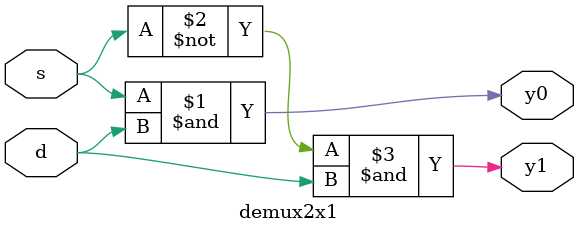
<source format=v>

module Question2(s0,s1,s2,D,y0,y1,y2,y3,y4,y5,y6,y7);

	input s0,s1,s2;
	input D;
	output y0,y1,y2,y3,y4,y5,y6,y7;
	
	wire a,b,c,d,e,f;
	
	demux2x1 uut1(.s(s0),.d(D),.y0(a),.y1(b));
	demux2x1 uut2(.s(s1),.d(a),.y0(c),.y1(d));
	demux2x1 uut3(.s(s1),.d(b),.y0(e),.y1(f));

	demux2x1 uut4(.s(s2),.d(c),.y0(y0),.y1(y1));
	demux2x1 uut5(.s(s2),.d(d),.y0(y2),.y1(y3));
	demux2x1 uut6(.s(s2),.d(e),.y0(y4),.y1(y5));
	demux2x1 uut7(.s(s2),.d(f),.y0(y6),.y1(y7));

endmodule

module demux2x1(s,d,y0,y1);
	
	input s;
	input d;
	output y0,y1;
	
	assign y0 = s & d;
	assign y1 = ~s & d;

endmodule
</source>
